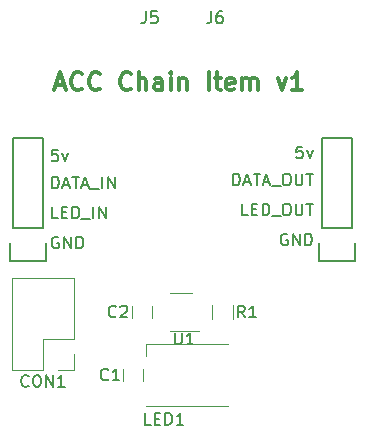
<source format=gto>
G04 #@! TF.GenerationSoftware,KiCad,Pcbnew,(5.0.0-rc2-dev-603-g5a05135)*
G04 #@! TF.CreationDate,2018-05-01T11:36:08+02:00*
G04 #@! TF.ProjectId,chain-item,636861696E2D6974656D2E6B69636164,rev?*
G04 #@! TF.SameCoordinates,Original*
G04 #@! TF.FileFunction,Legend,Top*
G04 #@! TF.FilePolarity,Positive*
%FSLAX46Y46*%
G04 Gerber Fmt 4.6, Leading zero omitted, Abs format (unit mm)*
G04 Created by KiCad (PCBNEW (5.0.0-rc2-dev-603-g5a05135)) date Tuesday 01 May 2018 à 11:36:08*
%MOMM*%
%LPD*%
G01*
G04 APERTURE LIST*
%ADD10C,0.300000*%
%ADD11C,0.200000*%
%ADD12C,0.120000*%
%ADD13C,0.150000*%
G04 APERTURE END LIST*
D10*
X62825028Y-112873600D02*
X63539314Y-112873600D01*
X62682171Y-113302171D02*
X63182171Y-111802171D01*
X63682171Y-113302171D01*
X65039314Y-113159314D02*
X64967885Y-113230742D01*
X64753600Y-113302171D01*
X64610742Y-113302171D01*
X64396457Y-113230742D01*
X64253600Y-113087885D01*
X64182171Y-112945028D01*
X64110742Y-112659314D01*
X64110742Y-112445028D01*
X64182171Y-112159314D01*
X64253600Y-112016457D01*
X64396457Y-111873600D01*
X64610742Y-111802171D01*
X64753600Y-111802171D01*
X64967885Y-111873600D01*
X65039314Y-111945028D01*
X66539314Y-113159314D02*
X66467885Y-113230742D01*
X66253600Y-113302171D01*
X66110742Y-113302171D01*
X65896457Y-113230742D01*
X65753600Y-113087885D01*
X65682171Y-112945028D01*
X65610742Y-112659314D01*
X65610742Y-112445028D01*
X65682171Y-112159314D01*
X65753600Y-112016457D01*
X65896457Y-111873600D01*
X66110742Y-111802171D01*
X66253600Y-111802171D01*
X66467885Y-111873600D01*
X66539314Y-111945028D01*
X69182171Y-113159314D02*
X69110742Y-113230742D01*
X68896457Y-113302171D01*
X68753600Y-113302171D01*
X68539314Y-113230742D01*
X68396457Y-113087885D01*
X68325028Y-112945028D01*
X68253600Y-112659314D01*
X68253600Y-112445028D01*
X68325028Y-112159314D01*
X68396457Y-112016457D01*
X68539314Y-111873600D01*
X68753600Y-111802171D01*
X68896457Y-111802171D01*
X69110742Y-111873600D01*
X69182171Y-111945028D01*
X69825028Y-113302171D02*
X69825028Y-111802171D01*
X70467885Y-113302171D02*
X70467885Y-112516457D01*
X70396457Y-112373600D01*
X70253600Y-112302171D01*
X70039314Y-112302171D01*
X69896457Y-112373600D01*
X69825028Y-112445028D01*
X71825028Y-113302171D02*
X71825028Y-112516457D01*
X71753600Y-112373600D01*
X71610742Y-112302171D01*
X71325028Y-112302171D01*
X71182171Y-112373600D01*
X71825028Y-113230742D02*
X71682171Y-113302171D01*
X71325028Y-113302171D01*
X71182171Y-113230742D01*
X71110742Y-113087885D01*
X71110742Y-112945028D01*
X71182171Y-112802171D01*
X71325028Y-112730742D01*
X71682171Y-112730742D01*
X71825028Y-112659314D01*
X72539314Y-113302171D02*
X72539314Y-112302171D01*
X72539314Y-111802171D02*
X72467885Y-111873600D01*
X72539314Y-111945028D01*
X72610742Y-111873600D01*
X72539314Y-111802171D01*
X72539314Y-111945028D01*
X73253600Y-112302171D02*
X73253600Y-113302171D01*
X73253600Y-112445028D02*
X73325028Y-112373600D01*
X73467885Y-112302171D01*
X73682171Y-112302171D01*
X73825028Y-112373600D01*
X73896457Y-112516457D01*
X73896457Y-113302171D01*
X75753600Y-113302171D02*
X75753600Y-111802171D01*
X76253600Y-112302171D02*
X76825028Y-112302171D01*
X76467885Y-111802171D02*
X76467885Y-113087885D01*
X76539314Y-113230742D01*
X76682171Y-113302171D01*
X76825028Y-113302171D01*
X77896457Y-113230742D02*
X77753600Y-113302171D01*
X77467885Y-113302171D01*
X77325028Y-113230742D01*
X77253600Y-113087885D01*
X77253600Y-112516457D01*
X77325028Y-112373600D01*
X77467885Y-112302171D01*
X77753600Y-112302171D01*
X77896457Y-112373600D01*
X77967885Y-112516457D01*
X77967885Y-112659314D01*
X77253600Y-112802171D01*
X78610742Y-113302171D02*
X78610742Y-112302171D01*
X78610742Y-112445028D02*
X78682171Y-112373600D01*
X78825028Y-112302171D01*
X79039314Y-112302171D01*
X79182171Y-112373600D01*
X79253600Y-112516457D01*
X79253600Y-113302171D01*
X79253600Y-112516457D02*
X79325028Y-112373600D01*
X79467885Y-112302171D01*
X79682171Y-112302171D01*
X79825028Y-112373600D01*
X79896457Y-112516457D01*
X79896457Y-113302171D01*
X81610742Y-112302171D02*
X81967885Y-113302171D01*
X82325028Y-112302171D01*
X83682171Y-113302171D02*
X82825028Y-113302171D01*
X83253599Y-113302171D02*
X83253599Y-111802171D01*
X83110742Y-112016457D01*
X82967885Y-112159314D01*
X82825028Y-112230742D01*
D11*
X82414857Y-125484000D02*
X82319619Y-125436380D01*
X82176762Y-125436380D01*
X82033904Y-125484000D01*
X81938666Y-125579238D01*
X81891047Y-125674476D01*
X81843428Y-125864952D01*
X81843428Y-126007809D01*
X81891047Y-126198285D01*
X81938666Y-126293523D01*
X82033904Y-126388761D01*
X82176762Y-126436380D01*
X82272000Y-126436380D01*
X82414857Y-126388761D01*
X82462476Y-126341142D01*
X82462476Y-126007809D01*
X82272000Y-126007809D01*
X82891047Y-126436380D02*
X82891047Y-125436380D01*
X83462476Y-126436380D01*
X83462476Y-125436380D01*
X83938666Y-126436380D02*
X83938666Y-125436380D01*
X84176762Y-125436380D01*
X84319619Y-125484000D01*
X84414857Y-125579238D01*
X84462476Y-125674476D01*
X84510095Y-125864952D01*
X84510095Y-126007809D01*
X84462476Y-126198285D01*
X84414857Y-126293523D01*
X84319619Y-126388761D01*
X84176762Y-126436380D01*
X83938666Y-126436380D01*
X79081524Y-123896380D02*
X78605333Y-123896380D01*
X78605333Y-122896380D01*
X79414857Y-123372571D02*
X79748190Y-123372571D01*
X79891047Y-123896380D02*
X79414857Y-123896380D01*
X79414857Y-122896380D01*
X79891047Y-122896380D01*
X80319619Y-123896380D02*
X80319619Y-122896380D01*
X80557714Y-122896380D01*
X80700571Y-122944000D01*
X80795809Y-123039238D01*
X80843428Y-123134476D01*
X80891047Y-123324952D01*
X80891047Y-123467809D01*
X80843428Y-123658285D01*
X80795809Y-123753523D01*
X80700571Y-123848761D01*
X80557714Y-123896380D01*
X80319619Y-123896380D01*
X81081524Y-123991619D02*
X81843428Y-123991619D01*
X82272000Y-122896380D02*
X82462476Y-122896380D01*
X82557714Y-122944000D01*
X82652952Y-123039238D01*
X82700571Y-123229714D01*
X82700571Y-123563047D01*
X82652952Y-123753523D01*
X82557714Y-123848761D01*
X82462476Y-123896380D01*
X82272000Y-123896380D01*
X82176762Y-123848761D01*
X82081524Y-123753523D01*
X82033905Y-123563047D01*
X82033905Y-123229714D01*
X82081524Y-123039238D01*
X82176762Y-122944000D01*
X82272000Y-122896380D01*
X83129143Y-122896380D02*
X83129143Y-123705904D01*
X83176762Y-123801142D01*
X83224381Y-123848761D01*
X83319619Y-123896380D01*
X83510095Y-123896380D01*
X83605333Y-123848761D01*
X83652952Y-123801142D01*
X83700571Y-123705904D01*
X83700571Y-122896380D01*
X84033905Y-122896380D02*
X84605333Y-122896380D01*
X84319619Y-123896380D02*
X84319619Y-122896380D01*
X77843429Y-121356380D02*
X77843429Y-120356380D01*
X78081524Y-120356380D01*
X78224381Y-120404000D01*
X78319619Y-120499238D01*
X78367238Y-120594476D01*
X78414857Y-120784952D01*
X78414857Y-120927809D01*
X78367238Y-121118285D01*
X78319619Y-121213523D01*
X78224381Y-121308761D01*
X78081524Y-121356380D01*
X77843429Y-121356380D01*
X78795810Y-121070666D02*
X79272000Y-121070666D01*
X78700572Y-121356380D02*
X79033905Y-120356380D01*
X79367238Y-121356380D01*
X79557714Y-120356380D02*
X80129143Y-120356380D01*
X79843429Y-121356380D02*
X79843429Y-120356380D01*
X80414857Y-121070666D02*
X80891048Y-121070666D01*
X80319619Y-121356380D02*
X80652953Y-120356380D01*
X80986286Y-121356380D01*
X81081524Y-121451619D02*
X81843429Y-121451619D01*
X82272000Y-120356380D02*
X82462476Y-120356380D01*
X82557714Y-120404000D01*
X82652953Y-120499238D01*
X82700572Y-120689714D01*
X82700572Y-121023047D01*
X82652953Y-121213523D01*
X82557714Y-121308761D01*
X82462476Y-121356380D01*
X82272000Y-121356380D01*
X82176762Y-121308761D01*
X82081524Y-121213523D01*
X82033905Y-121023047D01*
X82033905Y-120689714D01*
X82081524Y-120499238D01*
X82176762Y-120404000D01*
X82272000Y-120356380D01*
X83129143Y-120356380D02*
X83129143Y-121165904D01*
X83176762Y-121261142D01*
X83224381Y-121308761D01*
X83319619Y-121356380D01*
X83510095Y-121356380D01*
X83605333Y-121308761D01*
X83652953Y-121261142D01*
X83700572Y-121165904D01*
X83700572Y-120356380D01*
X84033905Y-120356380D02*
X84605333Y-120356380D01*
X84319619Y-121356380D02*
X84319619Y-120356380D01*
X83700571Y-118070380D02*
X83224381Y-118070380D01*
X83176762Y-118546571D01*
X83224381Y-118498952D01*
X83319619Y-118451333D01*
X83557714Y-118451333D01*
X83652952Y-118498952D01*
X83700571Y-118546571D01*
X83748190Y-118641809D01*
X83748190Y-118879904D01*
X83700571Y-118975142D01*
X83652952Y-119022761D01*
X83557714Y-119070380D01*
X83319619Y-119070380D01*
X83224381Y-119022761D01*
X83176762Y-118975142D01*
X84081524Y-118403714D02*
X84319619Y-119070380D01*
X84557714Y-118403714D01*
X63031904Y-125738000D02*
X62936666Y-125690380D01*
X62793809Y-125690380D01*
X62650951Y-125738000D01*
X62555713Y-125833238D01*
X62508094Y-125928476D01*
X62460475Y-126118952D01*
X62460475Y-126261809D01*
X62508094Y-126452285D01*
X62555713Y-126547523D01*
X62650951Y-126642761D01*
X62793809Y-126690380D01*
X62889047Y-126690380D01*
X63031904Y-126642761D01*
X63079523Y-126595142D01*
X63079523Y-126261809D01*
X62889047Y-126261809D01*
X63508094Y-126690380D02*
X63508094Y-125690380D01*
X64079523Y-126690380D01*
X64079523Y-125690380D01*
X64555713Y-126690380D02*
X64555713Y-125690380D01*
X64793809Y-125690380D01*
X64936666Y-125738000D01*
X65031904Y-125833238D01*
X65079523Y-125928476D01*
X65127142Y-126118952D01*
X65127142Y-126261809D01*
X65079523Y-126452285D01*
X65031904Y-126547523D01*
X64936666Y-126642761D01*
X64793809Y-126690380D01*
X64555713Y-126690380D01*
X62984285Y-124150380D02*
X62508095Y-124150380D01*
X62508095Y-123150380D01*
X63317619Y-123626571D02*
X63650952Y-123626571D01*
X63793809Y-124150380D02*
X63317619Y-124150380D01*
X63317619Y-123150380D01*
X63793809Y-123150380D01*
X64222380Y-124150380D02*
X64222380Y-123150380D01*
X64460476Y-123150380D01*
X64603333Y-123198000D01*
X64698571Y-123293238D01*
X64746190Y-123388476D01*
X64793809Y-123578952D01*
X64793809Y-123721809D01*
X64746190Y-123912285D01*
X64698571Y-124007523D01*
X64603333Y-124102761D01*
X64460476Y-124150380D01*
X64222380Y-124150380D01*
X64984285Y-124245619D02*
X65746190Y-124245619D01*
X65984285Y-124150380D02*
X65984285Y-123150380D01*
X66460476Y-124150380D02*
X66460476Y-123150380D01*
X67031904Y-124150380D01*
X67031904Y-123150380D01*
X62508094Y-121610380D02*
X62508094Y-120610380D01*
X62746190Y-120610380D01*
X62889047Y-120658000D01*
X62984285Y-120753238D01*
X63031904Y-120848476D01*
X63079523Y-121038952D01*
X63079523Y-121181809D01*
X63031904Y-121372285D01*
X62984285Y-121467523D01*
X62889047Y-121562761D01*
X62746190Y-121610380D01*
X62508094Y-121610380D01*
X63460475Y-121324666D02*
X63936666Y-121324666D01*
X63365237Y-121610380D02*
X63698571Y-120610380D01*
X64031904Y-121610380D01*
X64222380Y-120610380D02*
X64793809Y-120610380D01*
X64508094Y-121610380D02*
X64508094Y-120610380D01*
X65079523Y-121324666D02*
X65555713Y-121324666D01*
X64984285Y-121610380D02*
X65317618Y-120610380D01*
X65650952Y-121610380D01*
X65746190Y-121705619D02*
X66508094Y-121705619D01*
X66746190Y-121610380D02*
X66746190Y-120610380D01*
X67222380Y-121610380D02*
X67222380Y-120610380D01*
X67793809Y-121610380D01*
X67793809Y-120610380D01*
X62984285Y-118324380D02*
X62508095Y-118324380D01*
X62460476Y-118800571D01*
X62508095Y-118752952D01*
X62603333Y-118705333D01*
X62841428Y-118705333D01*
X62936666Y-118752952D01*
X62984285Y-118800571D01*
X63031904Y-118895809D01*
X63031904Y-119133904D01*
X62984285Y-119229142D01*
X62936666Y-119276761D01*
X62841428Y-119324380D01*
X62603333Y-119324380D01*
X62508095Y-119276761D01*
X62460476Y-119229142D01*
X63365238Y-118657714D02*
X63603333Y-119324380D01*
X63841428Y-118657714D01*
D12*
X64322000Y-129226000D02*
X59122000Y-129226000D01*
X64322000Y-134366000D02*
X64322000Y-129226000D01*
X59122000Y-136966000D02*
X59122000Y-129226000D01*
X64322000Y-134366000D02*
X61722000Y-134366000D01*
X61722000Y-134366000D02*
X61722000Y-136966000D01*
X61722000Y-136966000D02*
X59122000Y-136966000D01*
X64322000Y-135636000D02*
X64322000Y-136966000D01*
X64322000Y-136966000D02*
X62992000Y-136966000D01*
D13*
X88164000Y-127788000D02*
X85064000Y-127788000D01*
X88164000Y-126238000D02*
X88164000Y-127788000D01*
X85344000Y-124968000D02*
X87884000Y-124968000D01*
X87884000Y-117348000D02*
X85344000Y-117348000D01*
X85064000Y-127788000D02*
X85064000Y-126238000D01*
X85344000Y-124968000D02*
X85344000Y-117348000D01*
X87884000Y-124968000D02*
X87884000Y-117348000D01*
X61722000Y-124968000D02*
X61722000Y-117348000D01*
X59182000Y-124968000D02*
X59182000Y-117348000D01*
X58902000Y-127788000D02*
X58902000Y-126238000D01*
X61722000Y-117348000D02*
X59182000Y-117348000D01*
X59182000Y-124968000D02*
X61722000Y-124968000D01*
X62002000Y-126238000D02*
X62002000Y-127788000D01*
X62002000Y-127788000D02*
X58902000Y-127788000D01*
D12*
X69254000Y-131580000D02*
X69254000Y-132580000D01*
X70954000Y-132580000D02*
X70954000Y-131580000D01*
X70192000Y-137914000D02*
X70192000Y-136914000D01*
X68492000Y-136914000D02*
X68492000Y-137914000D01*
X70414000Y-134814000D02*
X70414000Y-135814000D01*
X77414000Y-134814000D02*
X70414000Y-134814000D01*
X77414000Y-140014000D02*
X70414000Y-140014000D01*
X77842000Y-131480000D02*
X77842000Y-132680000D01*
X76082000Y-132680000D02*
X76082000Y-131480000D01*
X72506000Y-133690000D02*
X74956000Y-133690000D01*
X74306000Y-130470000D02*
X72506000Y-130470000D01*
D13*
X75968266Y-106632380D02*
X75968266Y-107346666D01*
X75920647Y-107489523D01*
X75825409Y-107584761D01*
X75682552Y-107632380D01*
X75587314Y-107632380D01*
X76873028Y-106632380D02*
X76682552Y-106632380D01*
X76587314Y-106680000D01*
X76539695Y-106727619D01*
X76444457Y-106870476D01*
X76396838Y-107060952D01*
X76396838Y-107441904D01*
X76444457Y-107537142D01*
X76492076Y-107584761D01*
X76587314Y-107632380D01*
X76777790Y-107632380D01*
X76873028Y-107584761D01*
X76920647Y-107537142D01*
X76968266Y-107441904D01*
X76968266Y-107203809D01*
X76920647Y-107108571D01*
X76873028Y-107060952D01*
X76777790Y-107013333D01*
X76587314Y-107013333D01*
X76492076Y-107060952D01*
X76444457Y-107108571D01*
X76396838Y-107203809D01*
X70431066Y-106632380D02*
X70431066Y-107346666D01*
X70383447Y-107489523D01*
X70288209Y-107584761D01*
X70145352Y-107632380D01*
X70050114Y-107632380D01*
X71383447Y-106632380D02*
X70907257Y-106632380D01*
X70859638Y-107108571D01*
X70907257Y-107060952D01*
X71002495Y-107013333D01*
X71240590Y-107013333D01*
X71335828Y-107060952D01*
X71383447Y-107108571D01*
X71431066Y-107203809D01*
X71431066Y-107441904D01*
X71383447Y-107537142D01*
X71335828Y-107584761D01*
X71240590Y-107632380D01*
X71002495Y-107632380D01*
X70907257Y-107584761D01*
X70859638Y-107537142D01*
X60507714Y-138323142D02*
X60460095Y-138370761D01*
X60317238Y-138418380D01*
X60222000Y-138418380D01*
X60079142Y-138370761D01*
X59983904Y-138275523D01*
X59936285Y-138180285D01*
X59888666Y-137989809D01*
X59888666Y-137846952D01*
X59936285Y-137656476D01*
X59983904Y-137561238D01*
X60079142Y-137466000D01*
X60222000Y-137418380D01*
X60317238Y-137418380D01*
X60460095Y-137466000D01*
X60507714Y-137513619D01*
X61126761Y-137418380D02*
X61317238Y-137418380D01*
X61412476Y-137466000D01*
X61507714Y-137561238D01*
X61555333Y-137751714D01*
X61555333Y-138085047D01*
X61507714Y-138275523D01*
X61412476Y-138370761D01*
X61317238Y-138418380D01*
X61126761Y-138418380D01*
X61031523Y-138370761D01*
X60936285Y-138275523D01*
X60888666Y-138085047D01*
X60888666Y-137751714D01*
X60936285Y-137561238D01*
X61031523Y-137466000D01*
X61126761Y-137418380D01*
X61983904Y-138418380D02*
X61983904Y-137418380D01*
X62555333Y-138418380D01*
X62555333Y-137418380D01*
X63555333Y-138418380D02*
X62983904Y-138418380D01*
X63269619Y-138418380D02*
X63269619Y-137418380D01*
X63174380Y-137561238D01*
X63079142Y-137656476D01*
X62983904Y-137704095D01*
X67905333Y-132437142D02*
X67857714Y-132484761D01*
X67714857Y-132532380D01*
X67619619Y-132532380D01*
X67476761Y-132484761D01*
X67381523Y-132389523D01*
X67333904Y-132294285D01*
X67286285Y-132103809D01*
X67286285Y-131960952D01*
X67333904Y-131770476D01*
X67381523Y-131675238D01*
X67476761Y-131580000D01*
X67619619Y-131532380D01*
X67714857Y-131532380D01*
X67857714Y-131580000D01*
X67905333Y-131627619D01*
X68286285Y-131627619D02*
X68333904Y-131580000D01*
X68429142Y-131532380D01*
X68667238Y-131532380D01*
X68762476Y-131580000D01*
X68810095Y-131627619D01*
X68857714Y-131722857D01*
X68857714Y-131818095D01*
X68810095Y-131960952D01*
X68238666Y-132532380D01*
X68857714Y-132532380D01*
X67244933Y-137771142D02*
X67197314Y-137818761D01*
X67054457Y-137866380D01*
X66959219Y-137866380D01*
X66816361Y-137818761D01*
X66721123Y-137723523D01*
X66673504Y-137628285D01*
X66625885Y-137437809D01*
X66625885Y-137294952D01*
X66673504Y-137104476D01*
X66721123Y-137009238D01*
X66816361Y-136914000D01*
X66959219Y-136866380D01*
X67054457Y-136866380D01*
X67197314Y-136914000D01*
X67244933Y-136961619D01*
X68197314Y-137866380D02*
X67625885Y-137866380D01*
X67911600Y-137866380D02*
X67911600Y-136866380D01*
X67816361Y-137009238D01*
X67721123Y-137104476D01*
X67625885Y-137152095D01*
X70864552Y-141625580D02*
X70388361Y-141625580D01*
X70388361Y-140625580D01*
X71197885Y-141101771D02*
X71531219Y-141101771D01*
X71674076Y-141625580D02*
X71197885Y-141625580D01*
X71197885Y-140625580D01*
X71674076Y-140625580D01*
X72102647Y-141625580D02*
X72102647Y-140625580D01*
X72340742Y-140625580D01*
X72483600Y-140673200D01*
X72578838Y-140768438D01*
X72626457Y-140863676D01*
X72674076Y-141054152D01*
X72674076Y-141197009D01*
X72626457Y-141387485D01*
X72578838Y-141482723D01*
X72483600Y-141577961D01*
X72340742Y-141625580D01*
X72102647Y-141625580D01*
X73626457Y-141625580D02*
X73055028Y-141625580D01*
X73340742Y-141625580D02*
X73340742Y-140625580D01*
X73245504Y-140768438D01*
X73150266Y-140863676D01*
X73055028Y-140911295D01*
X78827333Y-132532380D02*
X78494000Y-132056190D01*
X78255904Y-132532380D02*
X78255904Y-131532380D01*
X78636857Y-131532380D01*
X78732095Y-131580000D01*
X78779714Y-131627619D01*
X78827333Y-131722857D01*
X78827333Y-131865714D01*
X78779714Y-131960952D01*
X78732095Y-132008571D01*
X78636857Y-132056190D01*
X78255904Y-132056190D01*
X79779714Y-132532380D02*
X79208285Y-132532380D01*
X79494000Y-132532380D02*
X79494000Y-131532380D01*
X79398761Y-131675238D01*
X79303523Y-131770476D01*
X79208285Y-131818095D01*
X72898095Y-133818380D02*
X72898095Y-134627904D01*
X72945714Y-134723142D01*
X72993333Y-134770761D01*
X73088571Y-134818380D01*
X73279047Y-134818380D01*
X73374285Y-134770761D01*
X73421904Y-134723142D01*
X73469523Y-134627904D01*
X73469523Y-133818380D01*
X74469523Y-134818380D02*
X73898095Y-134818380D01*
X74183809Y-134818380D02*
X74183809Y-133818380D01*
X74088571Y-133961238D01*
X73993333Y-134056476D01*
X73898095Y-134104095D01*
M02*

</source>
